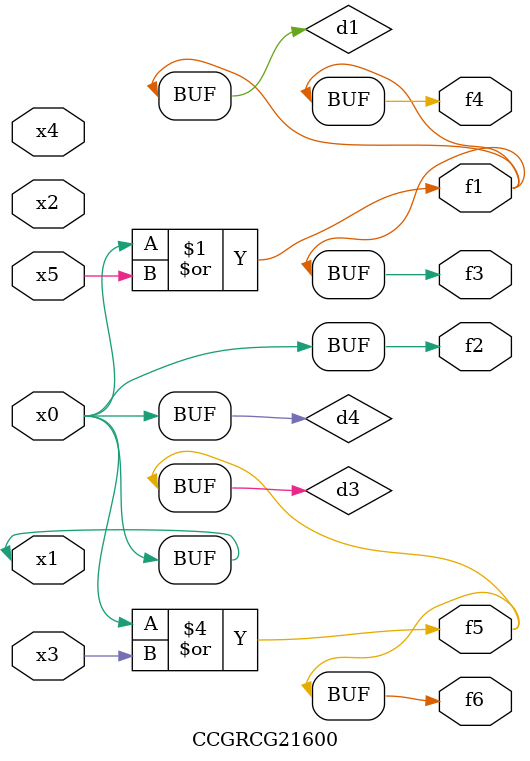
<source format=v>
module CCGRCG21600(
	input x0, x1, x2, x3, x4, x5,
	output f1, f2, f3, f4, f5, f6
);

	wire d1, d2, d3, d4;

	or (d1, x0, x5);
	xnor (d2, x1, x4);
	or (d3, x0, x3);
	buf (d4, x0, x1);
	assign f1 = d1;
	assign f2 = d4;
	assign f3 = d1;
	assign f4 = d1;
	assign f5 = d3;
	assign f6 = d3;
endmodule

</source>
